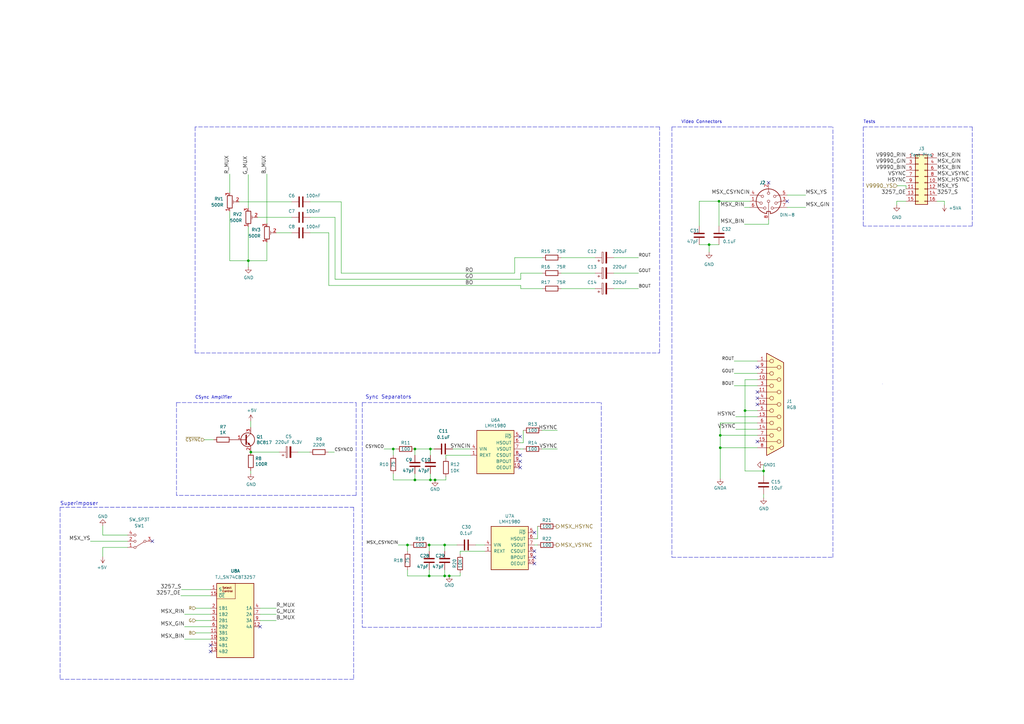
<source format=kicad_sch>
(kicad_sch (version 20211123) (generator eeschema)
  (paper "A3")
  (title_block (title "TRH9000S (Superimpose)") (date "2022-11-25") (rev "0.1") (company "The Retro Hacker") (comment 2 "Shared under CERN-OHL-S license") (comment 3 "TRH9000S - Open Source MSX Graphics Card based on the Yamaha V9990") (comment 4 "Designed  by: Cristiano Goncalves"))
  (lib_symbols
    (symbol "Connector:DB15_Female" (pin_names (offset 1.016) hide)
      (property "Reference" "J" (at 0.508 21.59 0))
      (property "Value" "DB15_Female" (at 0 -22.225 0))
      (symbol "DB15_Female_0_1"
        (circle (center -1.778 -17.78) (radius 0.762))
        (circle (center -1.778 -12.7) (radius 0.762))
        (circle (center -1.778 -7.62) (radius 0.762))
        (circle (center -1.778 -2.54) (radius 0.762))
        (circle (center -1.778 2.54) (radius 0.762))
        (circle (center -1.778 7.62) (radius 0.762))
        (circle (center -1.778 12.7) (radius 0.762))
        (circle (center -1.778 17.78) (radius 0.762))
        (polyline (pts (xy -3.81 -17.78) (xy -2.54 -17.78)))
        (polyline (pts (xy -3.81 -15.24) (xy 0.508 -15.24)))
        (polyline (pts (xy -3.81 -12.7) (xy -2.54 -12.7)))
        (polyline (pts (xy -3.81 -10.16) (xy 0.508 -10.16)))
        (polyline (pts (xy -3.81 -7.62) (xy -2.54 -7.62)))
        (polyline (pts (xy -3.81 -5.08) (xy 0.508 -5.08)))
        (polyline (pts (xy -3.81 -2.54) (xy -2.54 -2.54)))
        (polyline (pts (xy -3.81 0) (xy 0.508 0)))
        (polyline (pts (xy -3.81 2.54) (xy -2.54 2.54)))
        (polyline (pts (xy -3.81 5.08) (xy 0.508 5.08)))
        (polyline (pts (xy -3.81 7.62) (xy -2.54 7.62)))
        (polyline (pts (xy -3.81 10.16) (xy 0.508 10.16)))
        (polyline (pts (xy -3.81 12.7) (xy -2.54 12.7)))
        (polyline (pts (xy -3.81 15.24) (xy 0.508 15.24)))
        (polyline (pts (xy -3.81 17.78) (xy -2.54 17.78)))
        (polyline (pts (xy -3.81 20.955) (xy 3.175 17.145) (xy 3.175 -17.145) (xy -3.81 -20.955) (xy -3.81 20.955)) (stroke (width 0.254)) (fill (type background)))
        (circle (center 1.27 -15.24) (radius 0.762))
        (circle (center 1.27 -10.16) (radius 0.762))
        (circle (center 1.27 -5.08) (radius 0.762))
        (circle (center 1.27 0) (radius 0.762))
        (circle (center 1.27 5.08) (radius 0.762))
        (circle (center 1.27 10.16) (radius 0.762))
        (circle (center 1.27 15.24) (radius 0.762))
      )
      (symbol "DB15_Female_1_1"
        (pin passive line (at -7.62 17.78 0) (length 3.81) (name "1") (number "1"))
        (pin passive line (at -7.62 10.16 0) (length 3.81) (name "P10") (number "10"))
        (pin passive line (at -7.62 5.08 0) (length 3.81) (name "P111") (number "11"))
        (pin passive line (at -7.62 0 0) (length 3.81) (name "P12") (number "12"))
        (pin passive line (at -7.62 -5.08 0) (length 3.81) (name "P13") (number "13"))
        (pin passive line (at -7.62 -10.16 0) (length 3.81) (name "P14") (number "14"))
        (pin passive line (at -7.62 -15.24 0) (length 3.81) (name "P15") (number "15"))
        (pin passive line (at -7.62 12.7 0) (length 3.81) (name "2") (number "2"))
        (pin passive line (at -7.62 7.62 0) (length 3.81) (name "3") (number "3"))
        (pin passive line (at -7.62 2.54 0) (length 3.81) (name "4") (number "4"))
        (pin passive line (at -7.62 -2.54 0) (length 3.81) (name "5") (number "5"))
        (pin passive line (at -7.62 -7.62 0) (length 3.81) (name "6") (number "6"))
        (pin passive line (at -7.62 -12.7 0) (length 3.81) (name "7") (number "7"))
        (pin passive line (at -7.62 -17.78 0) (length 3.81) (name "8") (number "8"))
        (pin passive line (at -7.62 15.24 0) (length 3.81) (name "P9") (number "9"))
      )
    )
    (symbol "Connector_Generic:Conn_02x08_Odd_Even" (pin_names (offset 1.016) hide)
      (property "Reference" "J" (at 1.27 10.16 0))
      (property "Value" "Conn_02x08_Odd_Even" (at 1.27 -12.7 0))
      (symbol "Conn_02x08_Odd_Even_1_1"
        (rectangle (start -1.27 -10.033) (end 0 -10.287) (stroke (width 0.1524)))
        (rectangle (start -1.27 -7.493) (end 0 -7.747) (stroke (width 0.1524)))
        (rectangle (start -1.27 -4.953) (end 0 -5.207) (stroke (width 0.1524)))
        (rectangle (start -1.27 -2.413) (end 0 -2.667) (stroke (width 0.1524)))
        (rectangle (start -1.27 0.127) (end 0 -0.127) (stroke (width 0.1524)))
        (rectangle (start -1.27 2.667) (end 0 2.413) (stroke (width 0.1524)))
        (rectangle (start -1.27 5.207) (end 0 4.953) (stroke (width 0.1524)))
        (rectangle (start -1.27 7.747) (end 0 7.493) (stroke (width 0.1524)))
        (rectangle (start -1.27 8.89) (end 3.81 -11.43) (stroke (width 0.254)) (fill (type background)))
        (rectangle (start 3.81 -10.033) (end 2.54 -10.287) (stroke (width 0.1524)))
        (rectangle (start 3.81 -7.493) (end 2.54 -7.747) (stroke (width 0.1524)))
        (rectangle (start 3.81 -4.953) (end 2.54 -5.207) (stroke (width 0.1524)))
        (rectangle (start 3.81 -2.413) (end 2.54 -2.667) (stroke (width 0.1524)))
        (rectangle (start 3.81 0.127) (end 2.54 -0.127) (stroke (width 0.1524)))
        (rectangle (start 3.81 2.667) (end 2.54 2.413) (stroke (width 0.1524)))
        (rectangle (start 3.81 5.207) (end 2.54 4.953) (stroke (width 0.1524)))
        (rectangle (start 3.81 7.747) (end 2.54 7.493) (stroke (width 0.1524)))
        (pin passive line (at -5.08 7.62 0) (length 3.81) (name "Pin_1") (number "1"))
        (pin passive line (at 7.62 -2.54 180) (length 3.81) (name "Pin_10") (number "10"))
        (pin passive line (at -5.08 -5.08 0) (length 3.81) (name "Pin_11") (number "11"))
        (pin passive line (at 7.62 -5.08 180) (length 3.81) (name "Pin_12") (number "12"))
        (pin passive line (at -5.08 -7.62 0) (length 3.81) (name "Pin_13") (number "13"))
        (pin passive line (at 7.62 -7.62 180) (length 3.81) (name "Pin_14") (number "14"))
        (pin passive line (at -5.08 -10.16 0) (length 3.81) (name "Pin_15") (number "15"))
        (pin passive line (at 7.62 -10.16 180) (length 3.81) (name "Pin_16") (number "16"))
        (pin passive line (at 7.62 7.62 180) (length 3.81) (name "Pin_2") (number "2"))
        (pin passive line (at -5.08 5.08 0) (length 3.81) (name "Pin_3") (number "3"))
        (pin passive line (at 7.62 5.08 180) (length 3.81) (name "Pin_4") (number "4"))
        (pin passive line (at -5.08 2.54 0) (length 3.81) (name "Pin_5") (number "5"))
        (pin passive line (at 7.62 2.54 180) (length 3.81) (name "Pin_6") (number "6"))
        (pin passive line (at -5.08 0 0) (length 3.81) (name "Pin_7") (number "7"))
        (pin passive line (at 7.62 0 180) (length 3.81) (name "Pin_8") (number "8"))
        (pin passive line (at -5.08 -2.54 0) (length 3.81) (name "Pin_9") (number "9"))
      )
    )
    (symbol "Device:C" (pin_numbers hide) (pin_names (offset 0.254))
      (property "Reference" "C" (at 0.635 2.54 0))
      (property "Value" "C" (at 0.635 -2.54 0))
      (symbol "C_0_1"
        (polyline (pts (xy -2.032 -0.762) (xy 2.032 -0.762)) (stroke (width 0.508)))
        (polyline (pts (xy -2.032 0.762) (xy 2.032 0.762)) (stroke (width 0.508)))
      )
      (symbol "C_1_1"
        (pin passive line (at 0 3.81 270) (length 2.794) (name "~") (number "1"))
        (pin passive line (at 0 -3.81 90) (length 2.794) (name "~") (number "2"))
      )
    )
    (symbol "Device:C_Polarized" (pin_numbers hide) (pin_names (offset 0.254))
      (property "Reference" "C" (at 0.635 2.54 0))
      (property "Value" "C_Polarized" (at 0.635 -2.54 0))
      (symbol "C_Polarized_0_1"
        (rectangle (start -2.286 0.508) (end 2.286 1.016))
        (polyline (pts (xy -1.778 2.286) (xy -0.762 2.286)))
        (polyline (pts (xy -1.27 2.794) (xy -1.27 1.778)))
        (rectangle (start 2.286 -0.508) (end -2.286 -1.016) (fill (type outline)))
      )
      (symbol "C_Polarized_1_1"
        (pin passive line (at 0 3.81 270) (length 2.794) (name "~") (number "1"))
        (pin passive line (at 0 -3.81 90) (length 2.794) (name "~") (number "2"))
      )
    )
    (symbol "Device:R" (pin_numbers hide) (pin_names (offset 0))
      (property "Reference" "R" (at 2.032 0 90))
      (property "Value" "R" (at 0 0 90))
      (symbol "R_0_1"
        (rectangle (start -1.016 -2.54) (end 1.016 2.54) (stroke (width 0.254)))
      )
      (symbol "R_1_1"
        (pin passive line (at 0 3.81 270) (length 1.27) (name "~") (number "1"))
        (pin passive line (at 0 -3.81 90) (length 1.27) (name "~") (number "2"))
      )
    )
    (symbol "Device:R_Potentiometer_Trim" (pin_names (offset 1.016) hide)
      (property "Reference" "RV" (at -4.445 0 90))
      (property "Value" "R_Potentiometer_Trim" (at -2.54 0 90))
      (symbol "R_Potentiometer_Trim_0_1"
        (polyline (pts (xy 1.524 0.762) (xy 1.524 -0.762)))
        (polyline (pts (xy 2.54 0) (xy 1.524 0)))
        (rectangle (start 1.016 2.54) (end -1.016 -2.54) (stroke (width 0.254)))
      )
      (symbol "R_Potentiometer_Trim_1_1"
        (pin passive line (at 0 3.81 270) (length 1.27) (name "1") (number "1"))
        (pin passive line (at 3.81 0 180) (length 1.27) (name "2") (number "2"))
        (pin passive line (at 0 -3.81 90) (length 1.27) (name "3") (number "3"))
      )
    )
    (symbol "Switch:SW_SP3T" (pin_names (offset 0) hide)
      (property "Reference" "SW" (at 0 5.08 0))
      (property "Value" "SW_SP3T" (at 0 -5.08 0))
      (symbol "SW_SP3T_0_1"
        (circle (center -2.032 0) (radius 0.4572))
        (polyline (pts (xy -1.651 0.254) (xy 1.651 2.286)))
        (circle (center 2.032 -2.54) (radius 0.4572))
        (circle (center 2.032 0) (radius 0.4572))
        (circle (center 2.032 2.54) (radius 0.4572))
      )
      (symbol "SW_SP3T_1_1"
        (pin passive line (at 5.08 2.54 180) (length 2.54) (name "1") (number "1"))
        (pin passive line (at 5.08 0 180) (length 2.54) (name "2") (number "2"))
        (pin passive line (at -5.08 0 0) (length 2.54) (name "3") (number "3"))
        (pin passive line (at 5.08 -2.54 180) (length 2.54) (name "4") (number "4"))
      )
    )
    (symbol "TRH9000:DIN-8" (pin_names (offset 1.016))
      (property "Reference" "J2" (at -3.81 7.62 0))
      (property "Value" "DIN-8" (at 4.572 -5.588 0))
      (symbol "DIN-8_0_1"
        (arc (start -5.08 0) (mid -3.8597 -3.3379) (end -0.762 -5.08) (stroke (width 0.254)))
        (circle (center -3.048 -0.762) (radius 0.508))
        (circle (center -2.54 2.032) (radius 0.508))
        (circle (center -1.524 -2.794) (radius 0.508))
        (polyline (pts (xy -5.08 0) (xy -3.556 -0.508)))
        (polyline (pts (xy 0 -0.508) (xy 0 -5.08)))
        (polyline (pts (xy 0 5.08) (xy 0 3.81)))
        (polyline (pts (xy 5.08 0) (xy 3.556 -0.508)))
        (polyline (pts (xy -5.08 -2.54) (xy -4.318 -2.54) (xy -2.032 -2.794)))
        (polyline (pts (xy -5.08 2.54) (xy -4.318 2.54) (xy -3.048 2.286)))
        (polyline (pts (xy 5.08 -2.54) (xy 4.318 -2.54) (xy 2.032 -2.794)))
        (polyline (pts (xy 5.08 2.54) (xy 4.318 2.54) (xy 3.048 2.286)))
        (polyline (pts (xy -0.762 -4.953) (xy -0.762 -4.191) (xy 0.762 -4.191) (xy 0.762 -4.953)) (stroke (width 0.254)))
        (circle (center 0 0) (radius 0.508))
        (circle (center 0 3.302) (radius 0.508))
        (arc (start 0.762 -5.08) (mid 3.8673 -3.3444) (end 5.08 0) (stroke (width 0.254)))
        (circle (center 1.524 -2.794) (radius 0.508))
        (circle (center 2.54 2.032) (radius 0.508))
        (circle (center 3.048 -0.762) (radius 0.508))
        (arc (start 5.08 0) (mid 0 5.08) (end -5.08 0) (stroke (width 0.254)))
      )
      (symbol "DIN-8_1_1"
        (pin passive line (at -7.62 0 0) (length 2.54) (name "1") (number "1"))
        (pin passive line (at 0 7.62 270) (length 2.54) (name "2") (number "2"))
        (pin passive line (at 7.62 0 180) (length 2.54) (name "3") (number "3"))
        (pin passive line (at -7.62 2.54 0) (length 2.54) (name "4") (number "4"))
        (pin passive line (at 7.62 2.54 180) (length 2.54) (name "5") (number "5"))
        (pin passive line (at -7.62 -2.54 0) (length 2.54) (name "6") (number "6"))
        (pin passive line (at 7.62 -2.54 180) (length 2.54) (name "7") (number "7"))
        (pin passive line (at 0 -7.62 90) (length 2.54) (name "8") (number "8"))
      )
    )
    (symbol "TRH9000:LMH1980" (pin_names (offset 1.016))
      (property "Reference" "U6" (at 0 14.4018 0))
      (property "Value" "LMH1980" (at 0 12.0904 0))
      (symbol "LMH1980_1_1"
        (rectangle (start -7.62 10.16) (end 7.62 -7.62) (stroke (width 0.254)) (fill (type background)))
        (pin input line (at -10.16 0 0) (length 2.54) (name "REXT") (number "1"))
        (pin output line (at 10.16 -5.08 180) (length 2.54) (name "OEOUT") (number "10"))
        (pin input line (at -10.16 2.54 0) (length 2.54) (name "VIN") (number "4"))
        (pin output line (at 10.16 7.62 180) (length 2.54) (name "~{HD}") (number "5"))
        (pin output line (at 10.16 5.08 180) (length 2.54) (name "HSOUT") (number "6"))
        (pin output line (at 10.16 2.54 180) (length 2.54) (name "VSOUT") (number "7"))
        (pin output line (at 10.16 0 180) (length 2.54) (name "CSOUT") (number "8"))
        (pin output line (at 10.16 -2.54 180) (length 2.54) (name "BPOUT") (number "9"))
      )
      (symbol "LMH1980_2_1"
        (rectangle (start -2.54 5.08) (end 2.54 -5.08) (stroke (width 0.254)) (fill (type background)))
        (pin power_in line (at 0 -7.62 90) (length 2.54) (name "GND") (number "2"))
        (pin power_in line (at 0 7.62 270) (length 2.54) (name "VCC") (number "3"))
      )
    )
    (symbol "TRH9000:T.I_SN74CBT3257" (pin_names (offset 0.762))
      (property "Reference" "U7" (at 5.08 16.51 0))
      (property "Value" "T.I_SN74CBT3257" (at 1.27 -16.51 0))
      (symbol "T.I_SN74CBT3257_1_0"
        (rectangle (start -7.62 8.89) (end 0 15.24))
        (text "Control" (at -3.175 12.065 0) (effects (font (size 0.8 0.8))))
        (text "Select" (at -3.429 13.462 0) (effects (font (size 0.8 0.8))))
      )
      (symbol "T.I_SN74CBT3257_1_1"
        (rectangle (start -7.62 15.24) (end 7.62 -15.24) (stroke (width 0.254)) (fill (type background)))
        (pin input line (at -10.16 12.7 0) (length 2.54) (name "S") (number "1"))
        (pin bidirectional line (at -10.16 -7.62 0) (length 2.54) (name "3B2") (number "10"))
        (pin bidirectional line (at -10.16 -5.08 0) (length 2.54) (name "3B1") (number "11"))
        (pin bidirectional line (at 10.16 -2.54 180) (length 2.54) (name "4A") (number "12"))
        (pin bidirectional line (at -10.16 -12.7 0) (length 2.54) (name "4B2") (number "13"))
        (pin bidirectional line (at -10.16 -10.16 0) (length 2.54) (name "4B1") (number "14"))
        (pin input line (at -10.16 10.16 0) (length 2.54) (name "~{OE}") (number "15"))
        (pin bidirectional line (at -10.16 5.08 0) (length 2.54) (name "1B1") (number "2"))
        (pin bidirectional line (at -10.16 2.54 0) (length 2.54) (name "1B2") (number "3"))
        (pin bidirectional line (at 10.16 5.08 180) (length 2.54) (name "1A") (number "4"))
        (pin bidirectional line (at -10.16 0 0) (length 2.54) (name "2B1") (number "5"))
        (pin bidirectional line (at -10.16 -2.54 0) (length 2.54) (name "2B2") (number "6"))
        (pin bidirectional line (at 10.16 2.54 180) (length 2.54) (name "2A") (number "7"))
        (pin bidirectional line (at 10.16 0 180) (length 2.54) (name "3A") (number "9"))
      )
      (symbol "T.I_SN74CBT3257_2_0"
        (rectangle (start -2.54 5.08) (end 2.54 -5.08) (stroke (width 0.254)) (fill (type background)))
        (pin power_in line (at 0 7.62 270) (length 2.54) (name "VCC") (number "16"))
      )
      (symbol "T.I_SN74CBT3257_2_1"
        (pin power_in line (at 0 -7.62 90) (length 2.54) (name "GND") (number "8"))
      )
    )
    (symbol "Transistor_BJT:BC817" (pin_names (offset 0) hide)
      (property "Reference" "Q" (at 5.08 1.905 0))
      (property "Value" "BC817" (at 5.08 0 0))
      (symbol "BC817_0_1"
        (polyline (pts (xy 0.635 0.635) (xy 2.54 2.54)))
        (polyline (pts (xy 0.635 -0.635) (xy 2.54 -2.54) (xy 2.54 -2.54)))
        (polyline (pts (xy 0.635 1.905) (xy 0.635 -1.905) (xy 0.635 -1.905)) (stroke (width 0.508)))
        (polyline (pts (xy 1.27 -1.778) (xy 1.778 -1.27) (xy 2.286 -2.286) (xy 1.27 -1.778) (xy 1.27 -1.778)) (fill (type outline)))
        (circle (center 1.27 0) (radius 2.8194) (stroke (width 0.254)))
      )
      (symbol "BC817_1_1"
        (pin input line (at -5.08 0 0) (length 5.715) (name "B") (number "1"))
        (pin passive line (at 2.54 -5.08 90) (length 2.54) (name "E") (number "2"))
        (pin passive line (at 2.54 5.08 270) (length 2.54) (name "C") (number "3"))
      )
    )
    (symbol "power:+5V" (power) (pin_names (offset 0))
      (property "Value" "+5V" (at 0 3.556 0))
      (symbol "+5V_0_1"
        (polyline (pts (xy -0.762 1.27) (xy 0 2.54)))
        (polyline (pts (xy 0 0) (xy 0 2.54)))
        (polyline (pts (xy 0 2.54) (xy 0.762 1.27)))
      )
      (symbol "+5V_1_1"
        (pin power_in line (at 0 0 90) (length 0) hide (name "+5V") (number "1"))
      )
    )
    (symbol "power:+5VA" (power) (pin_names (offset 0))
      (property "Value" "+5VA" (at 0 3.556 0))
      (symbol "+5VA_0_1"
        (polyline (pts (xy -0.762 1.27) (xy 0 2.54)))
        (polyline (pts (xy 0 0) (xy 0 2.54)))
        (polyline (pts (xy 0 2.54) (xy 0.762 1.27)))
      )
      (symbol "+5VA_1_1"
        (pin power_in line (at 0 0 90) (length 0) hide (name "+5VA") (number "1"))
      )
    )
    (symbol "power:GND" (power) (pin_names (offset 0))
      (property "Value" "GND" (at 0 -3.81 0))
      (symbol "GND_0_1"
        (polyline (pts (xy 0 0) (xy 0 -1.27) (xy 1.27 -1.27) (xy 0 -2.54) (xy -1.27 -1.27) (xy 0 -1.27)))
      )
      (symbol "GND_1_1"
        (pin power_in line (at 0 0 270) (length 0) hide (name "GND") (number "1"))
      )
    )
    (symbol "power:GND1" (power) (pin_names (offset 0))
      (property "Value" "GND1" (at 0 -3.81 0))
      (symbol "GND1_0_1"
        (polyline (pts (xy 0 0) (xy 0 -1.27) (xy 1.27 -1.27) (xy 0 -2.54) (xy -1.27 -1.27) (xy 0 -1.27)))
      )
      (symbol "GND1_1_1"
        (pin power_in line (at 0 0 270) (length 0) hide (name "GND1") (number "1"))
      )
    )
    (symbol "power:GNDA" (power) (pin_names (offset 0))
      (property "Value" "GNDA" (at 0 -3.81 0))
      (symbol "GNDA_0_1"
        (polyline (pts (xy 0 0) (xy 0 -1.27) (xy 1.27 -1.27) (xy 0 -2.54) (xy -1.27 -1.27) (xy 0 -1.27)))
      )
      (symbol "GNDA_1_1"
        (pin power_in line (at 0 0 270) (length 0) hide (name "GNDA") (number "1"))
      )
    )
  )
  (junction (at 176.022 236.22))
  (junction (at 170.18 196.85))
  (junction (at 102.87 185.42))
  (junction (at 176.53 196.85))
  (junction (at 184.277 236.22))
  (junction (at 182.372 236.22))
  (junction (at 305.562 168.402))
  (junction (at 313.182 193.167))
  (junction (at 295.402 183.642))
  (junction (at 176.022 223.52))
  (junction (at 167.132 223.52))
  (junction (at 101.854 106.934))
  (junction (at 178.435 196.85))
  (junction (at 170.18 184.15))
  (junction (at 290.83 100.33))
  (junction (at 294.894 82.55))
  (junction (at 295.402 178.562))
  (junction (at 161.29 184.15))
  (junction (at 176.53 184.15))
  (junction (at 182.372 223.52))
  (no_connect (at 315.214 74.93))
  (no_connect (at 213.36 189.23))
  (no_connect (at 213.36 191.77))
  (no_connect (at 62.484 221.996))
  (no_connect (at 213.36 186.69))
  (no_connect (at 322.834 82.55))
  (no_connect (at 219.202 231.14))
  (no_connect (at 219.202 218.44))
  (no_connect (at 310.642 181.102))
  (no_connect (at 310.642 160.782))
  (no_connect (at 310.642 165.862))
  (no_connect (at 219.202 226.06))
  (no_connect (at 219.202 228.6))
  (no_connect (at 310.642 150.622))
  (no_connect (at 310.642 163.322))
  (no_connect (at 106.68 257.048))
  (no_connect (at 86.36 267.208))
  (no_connect (at 86.36 264.668))
  (no_connect (at 213.36 179.07))
  (wire (pts (xy 109.474 99.314) (xy 109.474 106.934)))
  (polyline (pts (xy 145.034 208.026) (xy 145.034 278.638)))
  (wire (pts (xy 101.854 71.628) (xy 101.854 85.344)))
  (polyline (pts (xy 80.01 52.07) (xy 80.01 144.78)))
  (wire (pts (xy 295.402 178.562) (xy 295.402 183.642)))
  (wire (pts (xy 213.614 118.364) (xy 222.504 118.364)))
  (wire (pts (xy 137.16 185.42) (xy 134.62 185.42)))
  (wire (pts (xy 220.472 220.98) (xy 220.472 215.9)))
  (wire (pts (xy 213.614 117.094) (xy 213.614 118.364)))
  (wire (pts (xy 367.792 82.55) (xy 371.602 82.55)))
  (wire (pts (xy 313.182 202.692) (xy 313.182 204.216)))
  (polyline (pts (xy 72.39 165.1) (xy 146.05 165.1)))
  (wire (pts (xy 384.302 82.55) (xy 387.35 82.55)))
  (wire (pts (xy 182.372 236.22) (xy 184.277 236.22)))
  (polyline (pts (xy 146.05 165.1) (xy 146.05 203.2)))
  (wire (pts (xy 213.614 112.014) (xy 213.614 114.554)))
  (wire (pts (xy 387.35 82.55) (xy 387.35 84.074)))
  (wire (pts (xy 211.074 105.664) (xy 211.074 112.014)))
  (wire (pts (xy 170.18 196.85) (xy 176.53 196.85)))
  (wire (pts (xy 176.022 223.52) (xy 182.372 223.52)))
  (wire (pts (xy 244.094 105.664) (xy 230.124 105.664)))
  (wire (pts (xy 52.324 224.536) (xy 42.164 224.536)))
  (wire (pts (xy 102.87 175.26) (xy 102.87 172.72)))
  (wire (pts (xy 75.692 262.128) (xy 86.36 262.128)))
  (wire (pts (xy 42.164 219.456) (xy 42.164 215.646)))
  (wire (pts (xy 251.714 118.364) (xy 261.874 118.364)))
  (wire (pts (xy 80.264 254.508) (xy 86.36 254.508)))
  (wire (pts (xy 182.372 233.68) (xy 182.372 236.22)))
  (wire (pts (xy 167.132 233.68) (xy 167.132 236.22)))
  (polyline (pts (xy 354.076 52.07) (xy 398.78 52.07)))
  (wire (pts (xy 52.324 221.996) (xy 37.084 221.996)))
  (wire (pts (xy 101.854 92.964) (xy 101.854 106.934)))
  (polyline (pts (xy 275.59 228.6) (xy 341.63 228.6)))
  (wire (pts (xy 163.322 223.52) (xy 167.132 223.52)))
  (wire (pts (xy 157.48 184.15) (xy 161.29 184.15)))
  (wire (pts (xy 315.214 90.17) (xy 315.214 91.948)))
  (wire (pts (xy 113.284 95.504) (xy 119.634 95.504)))
  (wire (pts (xy 161.29 196.85) (xy 170.18 196.85)))
  (wire (pts (xy 170.18 194.31) (xy 170.18 196.85)))
  (polyline (pts (xy 146.05 203.2) (xy 72.39 203.2)))
  (wire (pts (xy 290.83 100.33) (xy 294.894 100.33)))
  (wire (pts (xy 286.766 82.55) (xy 294.894 82.55)))
  (wire (pts (xy 322.834 80.01) (xy 330.454 80.01)))
  (wire (pts (xy 137.414 89.154) (xy 127.254 89.154)))
  (wire (pts (xy 102.87 185.42) (xy 114.554 185.42)))
  (wire (pts (xy 52.324 219.456) (xy 42.164 219.456)))
  (wire (pts (xy 139.954 82.804) (xy 127.254 82.804)))
  (wire (pts (xy 185.674 184.15) (xy 193.04 184.15)))
  (wire (pts (xy 101.854 106.934) (xy 101.854 109.474)))
  (wire (pts (xy 167.132 236.22) (xy 176.022 236.22)))
  (wire (pts (xy 214.63 181.61) (xy 214.63 176.53)))
  (wire (pts (xy 330.454 85.09) (xy 322.834 85.09)))
  (wire (pts (xy 313.182 190.627) (xy 313.182 193.167)))
  (polyline (pts (xy 148.59 257.302) (xy 246.634 257.302)))
  (wire (pts (xy 137.414 89.154) (xy 137.414 114.554)))
  (wire (pts (xy 106.68 254.508) (xy 113.284 254.508)))
  (wire (pts (xy 161.29 194.31) (xy 161.29 196.85)))
  (wire (pts (xy 137.414 114.554) (xy 213.614 114.554)))
  (wire (pts (xy 305.562 193.167) (xy 305.562 168.402)))
  (polyline (pts (xy 24.638 208.026) (xy 145.034 208.026)))
  (wire (pts (xy 313.182 193.167) (xy 305.562 193.167)))
  (wire (pts (xy 80.264 259.588) (xy 86.36 259.588)))
  (wire (pts (xy 295.402 183.642) (xy 310.642 183.642)))
  (wire (pts (xy 213.36 184.15) (xy 214.63 184.15)))
  (wire (pts (xy 214.63 181.61) (xy 213.36 181.61)))
  (wire (pts (xy 368.046 76.2) (xy 371.602 76.2)))
  (wire (pts (xy 222.25 184.15) (xy 228.6 184.15)))
  (wire (pts (xy 220.472 220.98) (xy 219.202 220.98)))
  (wire (pts (xy 176.53 184.15) (xy 178.054 184.15)))
  (wire (pts (xy 184.277 236.22) (xy 188.722 236.22)))
  (polyline (pts (xy 80.01 144.78) (xy 270.51 144.78)))
  (wire (pts (xy 301.752 170.942) (xy 310.642 170.942)))
  (wire (pts (xy 176.53 184.15) (xy 176.53 186.69)))
  (polyline (pts (xy 361.95 157.48) (xy 361.95 157.48)))
  (wire (pts (xy 211.074 105.664) (xy 222.504 105.664)))
  (wire (pts (xy 367.792 84.074) (xy 367.792 82.55)))
  (wire (pts (xy 80.264 249.428) (xy 86.36 249.428)))
  (wire (pts (xy 313.182 193.167) (xy 313.182 195.072)))
  (wire (pts (xy 301.117 158.242) (xy 310.642 158.242)))
  (wire (pts (xy 42.164 224.536) (xy 42.164 228.346)))
  (wire (pts (xy 94.234 106.934) (xy 101.854 106.934)))
  (wire (pts (xy 305.562 155.702) (xy 310.642 155.702)))
  (polyline (pts (xy 148.59 165.1) (xy 246.634 165.1)))
  (wire (pts (xy 74.422 241.808) (xy 86.36 241.808)))
  (wire (pts (xy 98.044 82.804) (xy 119.634 82.804)))
  (polyline (pts (xy 148.59 165.1) (xy 148.59 257.302)))
  (polyline (pts (xy 354.076 52.07) (xy 354.076 92.71)))
  (wire (pts (xy 295.402 183.642) (xy 295.402 196.342)))
  (wire (pts (xy 290.83 100.33) (xy 290.83 103.378)))
  (polyline (pts (xy 270.51 144.78) (xy 270.51 52.07)))
  (wire (pts (xy 301.752 176.022) (xy 310.642 176.022)))
  (wire (pts (xy 134.874 117.094) (xy 213.614 117.094)))
  (wire (pts (xy 83.82 180.34) (xy 87.63 180.34)))
  (wire (pts (xy 127 185.42) (xy 122.174 185.42)))
  (polyline (pts (xy 270.51 52.07) (xy 80.01 52.07)))
  (wire (pts (xy 74.168 244.348) (xy 86.36 244.348)))
  (wire (pts (xy 182.372 223.52) (xy 182.372 226.06)))
  (wire (pts (xy 176.53 194.31) (xy 176.53 196.85)))
  (wire (pts (xy 305.562 168.402) (xy 305.562 155.702)))
  (wire (pts (xy 167.132 223.52) (xy 168.402 223.52)))
  (wire (pts (xy 295.402 178.562) (xy 310.642 178.562)))
  (wire (pts (xy 244.094 112.014) (xy 230.124 112.014)))
  (polyline (pts (xy 398.78 52.07) (xy 398.78 92.71)))
  (wire (pts (xy 94.234 71.374) (xy 94.234 78.994)))
  (wire (pts (xy 167.132 226.06) (xy 167.132 223.52)))
  (wire (pts (xy 295.402 173.482) (xy 295.402 178.562)))
  (wire (pts (xy 251.714 105.664) (xy 261.874 105.664)))
  (wire (pts (xy 286.766 82.55) (xy 286.766 92.71)))
  (wire (pts (xy 139.954 112.014) (xy 211.074 112.014)))
  (wire (pts (xy 161.29 184.15) (xy 162.56 184.15)))
  (wire (pts (xy 301.117 148.082) (xy 310.642 148.082)))
  (wire (pts (xy 105.664 89.154) (xy 119.634 89.154)))
  (wire (pts (xy 139.954 82.804) (xy 139.954 112.014)))
  (wire (pts (xy 305.562 168.402) (xy 310.642 168.402)))
  (wire (pts (xy 75.692 251.968) (xy 86.36 251.968)))
  (wire (pts (xy 170.18 184.15) (xy 176.53 184.15)))
  (polyline (pts (xy 72.39 165.1) (xy 72.39 203.2)))
  (wire (pts (xy 109.474 106.934) (xy 101.854 106.934)))
  (wire (pts (xy 219.202 223.52) (xy 220.472 223.52)))
  (wire (pts (xy 305.308 91.948) (xy 315.214 91.948)))
  (polyline (pts (xy 398.78 92.71) (xy 354.076 92.71)))
  (wire (pts (xy 75.692 257.048) (xy 86.36 257.048)))
  (wire (pts (xy 213.614 112.014) (xy 222.504 112.014)))
  (wire (pts (xy 182.372 223.52) (xy 187.452 223.52)))
  (polyline (pts (xy 275.59 52.07) (xy 275.59 228.6)))
  (wire (pts (xy 161.29 186.69) (xy 161.29 184.15)))
  (wire (pts (xy 94.234 86.614) (xy 94.234 106.934)))
  (wire (pts (xy 261.874 112.014) (xy 251.714 112.014)))
  (wire (pts (xy 109.474 71.374) (xy 109.474 91.694)))
  (wire (pts (xy 178.435 196.85) (xy 182.88 196.85)))
  (wire (pts (xy 301.117 153.162) (xy 310.642 153.162)))
  (wire (pts (xy 294.894 92.71) (xy 294.894 82.55)))
  (wire (pts (xy 176.53 196.85) (xy 178.435 196.85)))
  (wire (pts (xy 106.68 251.968) (xy 113.284 251.968)))
  (wire (pts (xy 230.124 118.364) (xy 244.094 118.364)))
  (polyline (pts (xy 24.638 208.026) (xy 24.638 278.638)))
  (wire (pts (xy 182.88 195.58) (xy 182.88 196.85)))
  (wire (pts (xy 102.87 193.04) (xy 102.87 194.31)))
  (wire (pts (xy 106.68 249.428) (xy 113.284 249.428)))
  (wire (pts (xy 182.88 187.96) (xy 182.88 186.69)))
  (wire (pts (xy 286.766 100.33) (xy 290.83 100.33)))
  (polyline (pts (xy 246.634 257.302) (xy 246.634 165.1)))
  (polyline (pts (xy 145.034 278.638) (xy 24.638 278.638)))
  (wire (pts (xy 222.25 176.53) (xy 228.6 176.53)))
  (polyline (pts (xy 341.63 228.6) (xy 341.63 52.07)))
  (polyline (pts (xy 275.59 52.07) (xy 341.63 52.07)))
  (wire (pts (xy 305.308 85.09) (xy 307.594 85.09)))
  (wire (pts (xy 188.722 226.06) (xy 198.882 226.06)))
  (wire (pts (xy 188.722 234.95) (xy 188.722 236.22)))
  (wire (pts (xy 371.602 76.2) (xy 371.602 77.47)))
  (wire (pts (xy 134.874 95.504) (xy 127.254 95.504)))
  (wire (pts (xy 295.402 173.482) (xy 310.642 173.482)))
  (wire (pts (xy 170.18 184.15) (xy 170.18 186.69)))
  (wire (pts (xy 195.072 223.52) (xy 198.882 223.52)))
  (wire (pts (xy 188.722 227.33) (xy 188.722 226.06)))
  (wire (pts (xy 176.022 223.52) (xy 176.022 226.06)))
  (wire (pts (xy 294.894 82.55) (xy 307.594 82.55)))
  (wire (pts (xy 176.022 236.22) (xy 182.372 236.22)))
  (wire (pts (xy 134.874 95.504) (xy 134.874 117.094)))
  (wire (pts (xy 176.022 233.68) (xy 176.022 236.22)))
  (wire (pts (xy 182.88 186.69) (xy 193.04 186.69)))
  (text "Sync Separators" (at 149.86 163.83 0) (effects (font (size 1.524 1.524)) (justify left bottom)))
  (text "CSync Amplifier" (at 80.01 163.83 0) (effects (font (size 1.27 1.27)) (justify left bottom)))
  (text "Superimposer" (at 24.638 207.518 0) (effects (font (size 1.524 1.524)) (justify left bottom)))
  (text "Video Connectors\n" (at 279.4 50.8 0) (effects (font (size 1.27 1.27)) (justify left bottom)))
  (text "Tests" (at 354.076 50.8 0) (effects (font (size 1.27 1.27)) (justify left bottom)))
  (label "MSX_BIN" (at 305.308 91.948 180) (effects (font (size 1.524 1.524))))
  (label "MSX_GIN" (at 75.692 257.048 180) (effects (font (size 1.524 1.524))))
  (label "VSYNC" (at 228.6 184.15 180) (effects (font (size 1.524 1.524))))
  (label "HSYNC" (at 301.752 170.942 180) (effects (font (size 1.524 1.524))))
  (label "RO" (at 190.754 112.014 0) (effects (font (size 1.524 1.524))))
  (label "VSYNC" (at 301.752 176.022 180) (effects (font (size 1.524 1.524))))
  (label "MSX_HSYNC" (at 384.302 74.93 0) (effects (font (size 1.524 1.524))))
  (label "HSYNC" (at 371.602 74.93 180) (effects (font (size 1.524 1.524))))
  (label "HSYNC" (at 228.6 176.53 180) (effects (font (size 1.524 1.524))))
  (label "ROUT" (at 261.874 105.664 0))
  (label "MSX_YS" (at 37.084 221.996 180) (effects (font (size 1.524 1.524))))
  (label "MSX_YS" (at 384.302 77.47 0) (effects (font (size 1.524 1.524))))
  (label "3257_S" (at 74.422 241.808 180) (effects (font (size 1.524 1.524))))
  (label "R_MUX" (at 113.284 249.428 0) (effects (font (size 1.524 1.524))))
  (label "V9990_GIN" (at 371.602 67.31 180) (effects (font (size 1.524 1.524))))
  (label "GOUT" (at 301.117 153.162 180))
  (label "V9990_RIN" (at 371.602 64.77 180) (effects (font (size 1.524 1.524))))
  (label "MSX_RIN" (at 75.692 251.968 180) (effects (font (size 1.524 1.524))))
  (label "MSX_RIN" (at 305.308 85.09 180) (effects (font (size 1.524 1.524))))
  (label "G_MUX" (at 101.854 71.628 90) (effects (font (size 1.524 1.524))))
  (label "BOUT" (at 261.874 118.364 0))
  (label "CSYNCO" (at 157.48 184.15 180))
  (label "B_MUX" (at 113.284 254.508 0) (effects (font (size 1.524 1.524))))
  (label "3257_OE" (at 371.602 80.01 180) (effects (font (size 1.524 1.524))))
  (label "R_MUX" (at 94.234 71.374 90) (effects (font (size 1.524 1.524))))
  (label "BO" (at 190.754 117.094 0) (effects (font (size 1.524 1.524))))
  (label "3257_OE" (at 74.168 244.348 180) (effects (font (size 1.524 1.524))))
  (label "MSX_GIN" (at 330.454 85.09 0) (effects (font (size 1.524 1.524))))
  (label "SYNCIN" (at 193.04 184.15 180) (effects (font (size 1.524 1.524))))
  (label "3257_S" (at 384.302 80.01 0) (effects (font (size 1.524 1.524))))
  (label "MSX_BIN" (at 384.302 69.85 0) (effects (font (size 1.524 1.524))))
  (label "V9990_BIN" (at 371.602 69.85 180) (effects (font (size 1.524 1.524))))
  (label "GO" (at 190.754 114.554 0) (effects (font (size 1.524 1.524))))
  (label "MSX_CSYNCIN" (at 163.322 223.52 180))
  (label "MSX_YS" (at 330.454 80.01 0) (effects (font (size 1.524 1.524))))
  (label "BOUT" (at 301.117 158.242 180))
  (label "VSYNC" (at 371.602 72.39 180) (effects (font (size 1.524 1.524))))
  (label "MSX_VSYNC" (at 384.302 72.39 0) (effects (font (size 1.524 1.524))))
  (label "CSYNCO" (at 137.16 185.42 0))
  (label "MSX_BIN" (at 75.692 262.128 180) (effects (font (size 1.524 1.524))))
  (label "G_MUX" (at 113.284 251.968 0) (effects (font (size 1.524 1.524))))
  (label "GOUT" (at 261.874 112.014 0))
  (label "MSX_GIN" (at 384.302 67.31 0) (effects (font (size 1.524 1.524))))
  (label "ROUT" (at 301.117 148.082 180))
  (label "B_MUX" (at 109.474 71.374 90) (effects (font (size 1.524 1.524))))
  (label "MSX_CSYNCIN" (at 307.594 80.01 180) (effects (font (size 1.524 1.524))))
  (label "MSX_RIN" (at 384.302 64.77 0) (effects (font (size 1.524 1.524))))
  (hierarchical_label "R" (shape input) (at 80.264 249.428 180))
  (hierarchical_label "MSX_VSYNC" (shape output) (at 228.092 223.52 0) (effects (font (size 1.524 1.524))))
  (hierarchical_label "V9990_YS" (shape input) (at 368.046 76.2 180) (effects (font (size 1.524 1.524))))
  (hierarchical_label "B" (shape input) (at 80.264 259.588 180))
  (hierarchical_label "~{CSYNC}" (shape input) (at 83.82 180.34 180))
  (hierarchical_label "G" (shape input) (at 80.264 254.508 180))
  (hierarchical_label "MSX_HSYNC" (shape output) (at 228.092 215.9 0) (effects (font (size 1.524 1.524))))
  (symbol (lib_id "power:GND") (at 178.435 196.85 0) (unit 1)
    (property "Reference" "#PWR015" (effects hide))
    (property "Value" "GND" (at 178.435 200.66 0))
  )
  (symbol (lib_id "Device:R_Potentiometer_Trim") (at 101.854 89.154 0) (mirror x) (unit 1)
    (property "Reference" "RV2" (at 99.314 87.8839 0) (effects (justify right)))
    (property "Value" "500R" (at 99.314 90.4239 0) (effects (justify right)))
    (property "Footprint" "Potentiometer_SMD:Potentiometer_Bourns_3314G_Vertical" (effects hide))
  )
  (symbol (lib_id "Device:C_Polarized") (at 247.904 118.364 90) (unit 1)
    (property "Reference" "C14" (at 242.824 115.824 90))
    (property "Value" "220uF" (at 254.254 115.824 90))
    (property "Footprint" "Capacitor_Tantalum_SMD:CP_EIA-3528-15_AVX-H" (effects hide))
  )
  (symbol (lib_id "Device:R") (at 102.87 189.23 0) (unit 1)
    (property "Reference" "R8" (at 104.648 188.0616 0) (effects (justify left)))
    (property "Value" "100R" (at 104.648 190.373 0) (effects (justify left)))
    (property "Footprint" "Resistor_SMD:R_0805_2012Metric" (effects hide))
  )
  (symbol (lib_id "Device:C") (at 123.444 82.804 270) (unit 1)
    (property "Reference" "C6" (at 119.634 80.264 90))
    (property "Value" "100nF" (at 128.524 80.264 90))
    (property "Footprint" "Capacitor_SMD:C_0805_2012Metric" (effects hide))
  )
  (symbol (lib_id "Device:R") (at 172.212 223.52 270) (mirror x) (unit 1)
    (property "Reference" "R19" (at 172.212 220.98 90))
    (property "Value" "100" (at 172.212 223.52 90))
    (property "Footprint" "Resistor_SMD:R_0805_2012Metric" (effects hide))
  )
  (symbol (lib_id "Device:R") (at 167.132 229.87 0) (unit 1)
    (property "Reference" "R18" (at 163.322 229.87 0))
    (property "Value" "75" (at 167.132 229.87 90))
    (property "Footprint" "Resistor_SMD:R_0805_2012Metric" (effects hide))
  )
  (symbol (lib_id "Device:R") (at 218.44 184.15 270) (mirror x) (unit 1)
    (property "Reference" "R14" (at 218.44 181.61 90))
    (property "Value" "100" (at 218.44 184.15 90))
    (property "Footprint" "Resistor_SMD:R_0805_2012Metric" (effects hide))
  )
  (symbol (lib_id "Device:R") (at 182.88 191.77 0) (unit 1)
    (property "Reference" "R12" (at 184.658 190.4999 0) (effects (justify left)))
    (property "Value" "10K" (at 184.658 193.0399 0) (effects (justify left)))
    (property "Footprint" "Resistor_SMD:R_0805_2012Metric" (effects hide))
  )
  (symbol (lib_id "Device:C") (at 286.766 96.52 0) (unit 1)
    (property "Reference" "C31" (at 282.956 94.615 0) (effects (justify left)))
    (property "Value" "47pF" (at 281.686 99.06 0) (effects (justify left)))
    (property "Footprint" "Capacitor_SMD:C_0805_2012Metric" (effects hide))
  )
  (symbol (lib_id "power:GND") (at 102.87 194.31 0) (unit 1)
    (property "Reference" "#PWR014" (effects hide))
    (property "Value" "GND" (at 102.997 198.7042 0))
  )
  (symbol (lib_id "Device:R") (at 226.314 105.664 270) (unit 1)
    (property "Reference" "R15" (at 223.774 103.124 90))
    (property "Value" "75R" (at 230.124 103.124 90))
    (property "Footprint" "Resistor_SMD:R_0805_2012Metric" (effects hide))
  )
  (symbol (lib_id "Device:C_Polarized") (at 247.904 105.664 90) (unit 1)
    (property "Reference" "C12" (at 242.824 103.124 90))
    (property "Value" "220uF" (at 254.254 103.124 90))
    (property "Footprint" "Capacitor_Tantalum_SMD:CP_EIA-3528-15_AVX-H" (effects hide))
  )
  (symbol (lib_id "Device:R") (at 161.29 190.5 0) (unit 1)
    (property "Reference" "R10" (at 157.48 190.5 0))
    (property "Value" "75" (at 161.29 190.5 90))
    (property "Footprint" "Resistor_SMD:R_0805_2012Metric" (effects hide))
  )
  (symbol (lib_id "Device:R") (at 224.282 223.52 270) (mirror x) (unit 1)
    (property "Reference" "R22" (at 224.282 220.98 90))
    (property "Value" "100" (at 224.282 223.52 90))
    (property "Footprint" "Resistor_SMD:R_0805_2012Metric" (effects hide))
  )
  (symbol (lib_id "power:GND1") (at 313.182 190.627 270) (unit 1)
    (property "Reference" "#PWR017" (effects hide))
    (property "Value" "GND1" (at 313.182 190.627 90) (effects (font (size 1.2 1.2)) (justify left)))
  )
  (symbol (lib_id "Connector:DB15_Female") (at 318.262 165.862 0) (unit 1)
    (property "Reference" "J1" (at 322.58 164.5919 0) (effects (justify left)))
    (property "Value" "RGB" (at 322.58 167.1319 0) (effects (justify left)))
    (property "Footprint" "Connector_Dsub:DSUB-15-HD_Female_Horizontal_P2.29x1.98mm_EdgePinOffset3.03mm_Housed_MountingHolesOffset4.94mm" (effects hide))
    (property "Datasheet" " ~" (effects hide))
  )
  (symbol (lib_id "Device:R") (at 166.37 184.15 270) (mirror x) (unit 1)
    (property "Reference" "R11" (at 166.37 181.61 90))
    (property "Value" "100" (at 166.37 184.15 90))
    (property "Footprint" "Resistor_SMD:R_0805_2012Metric" (effects hide))
  )
  (symbol (lib_id "power:GND") (at 42.164 215.646 180) (unit 1)
    (property "Reference" "#PWR023" (effects hide))
    (property "Value" "GND" (at 42.164 211.836 0))
  )
  (symbol (lib_id "Device:R") (at 91.44 180.34 270) (unit 1)
    (property "Reference" "R7" (at 91.44 175.0822 90))
    (property "Value" "1K" (at 91.44 177.3936 90))
    (property "Footprint" "Resistor_SMD:R_0805_2012Metric" (effects hide))
  )
  (symbol (lib_id "Device:C") (at 294.894 96.52 180) (unit 1)
    (property "Reference" "C32" (at 297.942 93.98 0))
    (property "Value" "0.1uF" (at 299.212 99.06 0))
    (property "Footprint" "Capacitor_SMD:C_0805_2012Metric" (effects hide))
  )
  (symbol (lib_id "power:GND") (at 367.792 84.074 0) (unit 1)
    (property "Reference" "#PWR0101" (effects hide))
    (property "Value" "GND" (at 367.792 89.154 0))
  )
  (symbol (lib_id "power:GND") (at 101.854 109.474 0) (unit 1)
    (property "Reference" "#PWR012" (effects hide))
    (property "Value" "GND" (at 101.981 113.8682 0))
  )
  (symbol (lib_id "Device:C") (at 182.372 229.87 0) (unit 1)
    (property "Reference" "C29" (at 178.562 227.965 0) (effects (justify left)))
    (property "Value" "47pF" (at 177.292 232.41 0) (effects (justify left)))
    (property "Footprint" "Capacitor_SMD:C_0805_2012Metric" (effects hide))
  )
  (symbol (lib_id "Device:C") (at 191.262 223.52 90) (unit 1)
    (property "Reference" "C30" (at 191.262 216.154 90))
    (property "Value" "0.1uF" (at 191.262 218.694 90))
    (property "Footprint" "Capacitor_SMD:C_0805_2012Metric" (effects hide))
  )
  (symbol (lib_id "Device:C") (at 176.53 190.5 0) (unit 1)
    (property "Reference" "C10" (at 172.72 188.595 0) (effects (justify left)))
    (property "Value" "47pF" (at 171.45 193.04 0) (effects (justify left)))
    (property "Footprint" "Capacitor_SMD:C_0805_2012Metric" (effects hide))
  )
  (symbol (lib_id "Device:C") (at 181.864 184.15 90) (unit 1)
    (property "Reference" "C11" (at 181.864 176.784 90))
    (property "Value" "0.1uF" (at 181.864 179.324 90))
    (property "Footprint" "Capacitor_SMD:C_0805_2012Metric" (effects hide))
  )
  (symbol (lib_id "power:+5V") (at 42.164 228.346 180) (unit 1)
    (property "Reference" "#PWR047" (effects hide))
    (property "Value" "+5V" (at 41.783 232.7402 0))
  )
  (symbol (lib_id "Transistor_BJT:BC817") (at 100.33 180.34 0) (unit 1)
    (property "Reference" "Q1" (at 105.1814 179.1716 0) (effects (justify left)))
    (property "Value" "BC817" (at 105.1814 181.483 0) (effects (justify left)))
    (property "Footprint" "Package_TO_SOT_SMD:SOT-23" (effects hide))
    (property "Datasheet" "https://www.onsemi.com/pub/Collateral/BC818-D.pdf" (effects hide))
  )
  (symbol (lib_id "power:+5V") (at 102.87 172.72 0) (unit 1)
    (property "Reference" "#PWR013" (effects hide))
    (property "Value" "+5V" (at 103.251 168.3258 0))
  )
  (symbol (lib_id "power:GND") (at 313.182 204.216 0) (unit 1)
    (property "Reference" "#PWR018" (effects hide))
    (property "Value" "GND" (at 313.309 208.6102 0))
  )
  (symbol (lib_id "power:GND") (at 290.83 103.378 0) (unit 1)
    (property "Reference" "#PWR048" (effects hide))
    (property "Value" "GND" (at 290.83 108.458 0))
  )
  (symbol (lib_id "Connector_Generic:Conn_02x08_Odd_Even") (at 376.682 72.39 0) (unit 1)
    (property "Reference" "J3" (at 377.952 60.96 0))
    (property "Value" "Test Pins" (at 377.952 63.5 0))
    (property "Footprint" "Connector_PinHeader_2.54mm:PinHeader_2x08_P2.54mm_Vertical" (effects hide))
  )
  (symbol (lib_id "TRH9000:DIN-8") (at 315.214 82.55 0) (unit 1)
    (property "Reference" "J2" (at 311.404 74.93 0) (effects (font bold) (justify left)))
    (property "Value" "DIN-8" (at 319.786 88.138 0) (effects (justify left)))
    (property "Footprint" "trh9000:DIN8" (effects hide))
  )
  (symbol (lib_id "TRH9000:LMH1980") (at 209.042 226.06 0) (unit 1)
    (property "Reference" "U7" (at 209.042 211.6582 0))
    (property "Value" "LMH1980" (at 209.042 213.9696 0))
    (property "Footprint" "Package_SO:VSSOP-10_3x3mm_P0.5mm" (effects hide))
    (property "Datasheet" "https://www.ti.com/general/docs/suppproductinfo.tsp?distId=10&gotoUrl=https%3A%2F%2Fwww.ti.com%2Flit%2Fgpn%2Flmh1980" (effects hide))
    (property "Manufacturer" "Texas Instruments" (effects hide))
    (property "MPN" "LMH1980MM/NOPBCT" (effects hide))
    (property "Description" " Video sync separator " (effects hide))
  )
  (symbol (lib_id "Device:R_Potentiometer_Trim") (at 109.474 95.504 0) (mirror x) (unit 1)
    (property "Reference" "RV3" (at 106.934 94.2339 0) (effects (justify right)))
    (property "Value" "500R" (at 106.934 96.7739 0) (effects (justify right)))
    (property "Footprint" "Potentiometer_SMD:Potentiometer_Bourns_3314G_Vertical" (effects hide))
  )
  (symbol (lib_id "Device:R") (at 224.282 215.9 270) (mirror x) (unit 1)
    (property "Reference" "R21" (at 224.282 213.36 90))
    (property "Value" "100" (at 224.282 215.9 90))
    (property "Footprint" "Resistor_SMD:R_0805_2012Metric" (effects hide))
  )
  (symbol (lib_id "power:GND") (at 184.277 236.22 0) (unit 1)
    (property "Reference" "#PWR046" (effects hide))
    (property "Value" "GND" (at 184.277 240.03 0))
  )
  (symbol (lib_id "Device:C") (at 123.444 89.154 270) (unit 1)
    (property "Reference" "C7" (at 119.634 86.614 90))
    (property "Value" "100nF" (at 128.524 86.614 90))
    (property "Footprint" "Capacitor_SMD:C_0805_2012Metric" (effects hide))
  )
  (symbol (lib_id "power:GNDA") (at 295.402 196.342 0) (unit 1)
    (property "Reference" "#PWR016" (effects hide))
    (property "Value" "GNDA" (at 295.402 200.152 0))
  )
  (symbol (lib_id "Device:R") (at 226.314 118.364 270) (unit 1)
    (property "Reference" "R17" (at 223.774 115.824 90))
    (property "Value" "75R" (at 230.124 115.824 90))
    (property "Footprint" "Resistor_SMD:R_0805_2012Metric" (effects hide))
  )
  (symbol (lib_id "Device:C") (at 170.18 190.5 0) (unit 1)
    (property "Reference" "C9" (at 166.37 188.595 0) (effects (justify left)))
    (property "Value" "47pF" (at 165.1 193.04 0) (effects (justify left)))
    (property "Footprint" "Capacitor_SMD:C_0805_2012Metric" (effects hide))
  )
  (symbol (lib_id "Device:R") (at 130.81 185.42 270) (unit 1)
    (property "Reference" "R9" (at 130.81 180.1622 90))
    (property "Value" "220R" (at 130.81 182.4736 90))
    (property "Footprint" "Resistor_SMD:R_0805_2012Metric" (effects hide))
  )
  (symbol (lib_id "Device:C") (at 123.444 95.504 270) (unit 1)
    (property "Reference" "C8" (at 119.634 92.964 90))
    (property "Value" "100nF" (at 128.524 92.964 90))
    (property "Footprint" "Capacitor_SMD:C_0805_2012Metric" (effects hide))
  )
  (symbol (lib_id "Device:R") (at 218.44 176.53 270) (mirror x) (unit 1)
    (property "Reference" "R13" (at 218.44 173.99 90))
    (property "Value" "100" (at 218.44 176.53 90))
    (property "Footprint" "Resistor_SMD:R_0805_2012Metric" (effects hide))
  )
  (symbol (lib_id "power:+5VA") (at 387.35 84.074 180) (unit 1)
    (property "Reference" "#PWR0102" (effects hide))
    (property "Value" "+5VA" (at 389.128 85.3439 0) (effects (justify right)))
  )
  (symbol (lib_id "Device:R") (at 226.314 112.014 270) (unit 1)
    (property "Reference" "R16" (at 223.774 109.474 90))
    (property "Value" "75R" (at 230.124 109.474 90))
    (property "Footprint" "Resistor_SMD:R_0805_2012Metric" (effects hide))
  )
  (symbol (lib_id "Device:C_Polarized") (at 118.364 185.42 90) (unit 1)
    (property "Reference" "C5" (at 118.364 179.07 90))
    (property "Value" "220uF 6.3V" (at 118.364 181.356 90))
    (property "Footprint" "Capacitor_Tantalum_SMD:CP_EIA-3528-15_AVX-H" (effects hide))
    (property "Case" "B" (effects hide))
  )
  (symbol (lib_id "Device:R_Potentiometer_Trim") (at 94.234 82.804 0) (mirror x) (unit 1)
    (property "Reference" "RV1" (at 91.694 81.5339 0) (effects (justify right)))
    (property "Value" "500R" (at 91.694 84.0739 0) (effects (justify right)))
    (property "Footprint" "Potentiometer_SMD:Potentiometer_Bourns_3314G_Vertical" (effects hide))
  )
  (symbol (lib_id "Device:C") (at 313.182 198.882 0) (unit 1)
    (property "Reference" "C15" (at 316.23 197.6119 0) (effects (justify left)))
    (property "Value" "10uF" (at 316.23 200.1519 0) (effects (justify left)))
    (property "Footprint" "Capacitor_SMD:C_0805_2012Metric" (effects hide))
  )
  (symbol (lib_id "Device:R") (at 188.722 231.14 0) (unit 1)
    (property "Reference" "R20" (at 186.436 231.14 90))
    (property "Value" "10K" (at 188.722 231.14 90))
    (property "Footprint" "Resistor_SMD:R_0805_2012Metric" (effects hide))
  )
  (symbol (lib_id "TRH9000:T.I_SN74CBT3257") (at 96.52 254.508 0) (unit 1)
    (property "Reference" "U8" (at 96.52 234.188 0) (effects (font bold)))
    (property "Value" "T.I_SN74CBT3257" (at 96.52 236.728 0))
    (property "Footprint" "trh9000:Texas_R-PDSO-G16_3.9x9.9mm" (effects hide))
    (property "Datasheet" "https://www.ti.com/lit/ds/scds017m/scds017m.pdf" (effects hide))
    (property "MPN" "SN74CBT3257DR" (effects hide))
    (property "Manufacturer" "Texas Instruments" (effects hide))
    (property "Description" "IC MUX/DEMUX 4 X 2:1 16SOIC" (effects hide))
  )
  (symbol (lib_id "Switch:SW_SP3T") (at 57.404 221.996 180) (unit 1) (on_board no)
    (property "Reference" "SW1" (at 57.15 215.646 0))
    (property "Value" "SW_SP3T" (at 57.15 213.106 0))
    (property "Footprint" "trh9000:SK13D07VG4" (effects hide))
  )
  (symbol (lib_id "Device:C_Polarized") (at 247.904 112.014 90) (unit 1)
    (property "Reference" "C13" (at 242.824 109.474 90))
    (property "Value" "220uF" (at 254.254 109.474 90))
    (property "Footprint" "Capacitor_Tantalum_SMD:CP_EIA-3528-15_AVX-H" (effects hide))
  )
  (symbol (lib_id "TRH9000:LMH1980") (at 203.2 186.69 0) (unit 1)
    (property "Reference" "U6" (at 203.2 172.2882 0))
    (property "Value" "LMH1980" (at 203.2 174.5996 0))
    (property "Footprint" "Package_SO:VSSOP-10_3x3mm_P0.5mm" (effects hide))
    (property "Datasheet" "https://www.ti.com/general/docs/suppproductinfo.tsp?distId=10&gotoUrl=https%3A%2F%2Fwww.ti.com%2Flit%2Fgpn%2Flmh1980" (effects hide))
    (property "Manufacturer" "Texas Instruments" (effects hide))
    (property "MPN" "LMH1980MM/NOPBCT" (effects hide))
    (property "Description" " Video sync separator " (effects hide))
  )
  (symbol (lib_id "Device:C") (at 176.022 229.87 0) (unit 1)
    (property "Reference" "C28" (at 172.212 227.965 0) (effects (justify left)))
    (property "Value" "47pF" (at 170.942 232.41 0) (effects (justify left)))
    (property "Footprint" "Capacitor_SMD:C_0805_2012Metric" (effects hide))
  )
)
</source>
